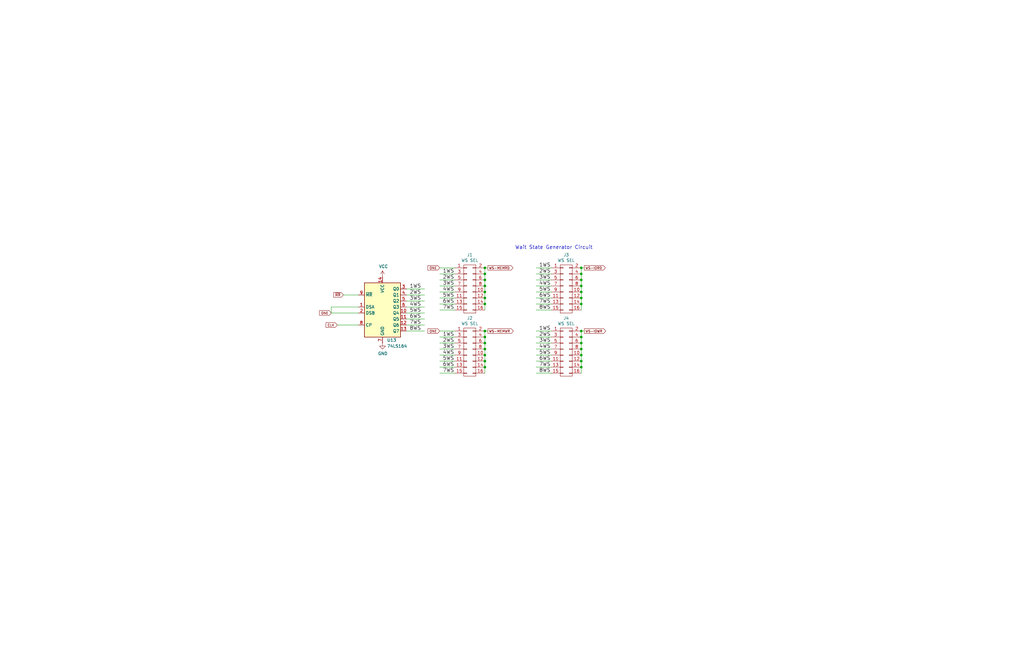
<source format=kicad_sch>
(kicad_sch (version 20211123) (generator eeschema)
  (paper "B")
  (lib_symbols
    (symbol "74xx:74HCT164"
      (property "Reference" "U" (at 1.905 -13.97 0))
      (property "Value" "74HCT164" (at 1.905 -16.51 0))
      (symbol "74HCT164_0_1"
        (rectangle (start 7.62 10.16) (end -7.62 -12.7) (stroke (width 0.254)) (fill (type background)))
      )
      (symbol "74HCT164_1_1"
        (pin input line (at -10.16 0 0) (length 2.54) (name "DSA") (number "1"))
        (pin output line (at 10.16 -2.54 180) (length 2.54) (name "Q4") (number "10"))
        (pin output line (at 10.16 -5.08 180) (length 2.54) (name "Q5") (number "11"))
        (pin output line (at 10.16 -7.62 180) (length 2.54) (name "Q6") (number "12"))
        (pin output line (at 10.16 -10.16 180) (length 2.54) (name "Q7") (number "13"))
        (pin power_in line (at 0 12.7 270) (length 2.54) (name "VCC") (number "14"))
        (pin input line (at -10.16 -2.54 0) (length 2.54) (name "DSB") (number "2"))
        (pin output line (at 10.16 7.62 180) (length 2.54) (name "Q0") (number "3"))
        (pin output line (at 10.16 5.08 180) (length 2.54) (name "Q1") (number "4"))
        (pin output line (at 10.16 2.54 180) (length 2.54) (name "Q2") (number "5"))
        (pin output line (at 10.16 0 180) (length 2.54) (name "Q3") (number "6"))
        (pin power_in line (at 0 -15.24 90) (length 2.54) (name "GND") (number "7"))
        (pin input line (at -10.16 -7.62 0) (length 2.54) (name "CP") (number "8"))
        (pin input line (at -10.16 5.08 0) (length 2.54) (name "~{MR}") (number "9"))
      )
    )
    (symbol "power:GND" (power) (pin_names (offset 0))
      (property "Value" "GND" (at 0 -3.81 0))
      (symbol "GND_0_1"
        (polyline (pts (xy 0 0) (xy 0 -1.27) (xy 1.27 -1.27) (xy 0 -2.54) (xy -1.27 -1.27) (xy 0 -1.27)))
      )
      (symbol "GND_1_1"
        (pin power_in line (at 0 0 270) (length 0) hide (name "GND") (number "1"))
      )
    )
    (symbol "power:VCC" (power) (pin_names (offset 0))
      (property "Value" "VCC" (at 0 3.81 0))
      (symbol "VCC_0_1"
        (polyline (pts (xy -0.762 1.27) (xy 0 2.54)))
        (polyline (pts (xy 0 0) (xy 0 2.54)))
        (polyline (pts (xy 0 2.54) (xy 0.762 1.27)))
      )
      (symbol "VCC_1_1"
        (pin power_in line (at 0 0 90) (length 0) hide (name "VCC") (number "1"))
      )
    )
    (symbol "processor.Z80-rescue:CONN_02X08-conn" (pin_names (offset 0.0254) hide)
      (property "Reference" "J" (at 0 11.43 0))
      (property "Value" "CONN_02X08-conn" (at 0 0 90))
      (symbol "CONN_02X08-conn_0_1"
        (rectangle (start -2.54 -8.763) (end -1.27 -9.017))
        (rectangle (start -2.54 -6.223) (end -1.27 -6.477))
        (rectangle (start -2.54 -3.683) (end -1.27 -3.937))
        (rectangle (start -2.54 -1.143) (end -1.27 -1.397))
        (rectangle (start -2.54 1.397) (end -1.27 1.143))
        (rectangle (start -2.54 3.937) (end -1.27 3.683))
        (rectangle (start -2.54 6.477) (end -1.27 6.223))
        (rectangle (start -2.54 9.017) (end -1.27 8.763))
        (rectangle (start -2.54 10.16) (end 2.54 -10.16))
        (rectangle (start 1.27 -8.763) (end 2.54 -9.017))
        (rectangle (start 1.27 -6.223) (end 2.54 -6.477))
        (rectangle (start 1.27 -3.683) (end 2.54 -3.937))
        (rectangle (start 1.27 -1.143) (end 2.54 -1.397))
        (rectangle (start 1.27 1.397) (end 2.54 1.143))
        (rectangle (start 1.27 3.937) (end 2.54 3.683))
        (rectangle (start 1.27 6.477) (end 2.54 6.223))
        (rectangle (start 1.27 9.017) (end 2.54 8.763))
      )
      (symbol "CONN_02X08-conn_1_1"
        (pin passive line (at -6.35 8.89 0) (length 3.81) (name "P1") (number "1"))
        (pin passive line (at 6.35 -1.27 180) (length 3.81) (name "P10") (number "10"))
        (pin passive line (at -6.35 -3.81 0) (length 3.81) (name "P11") (number "11"))
        (pin passive line (at 6.35 -3.81 180) (length 3.81) (name "P12") (number "12"))
        (pin passive line (at -6.35 -6.35 0) (length 3.81) (name "P13") (number "13"))
        (pin passive line (at 6.35 -6.35 180) (length 3.81) (name "P14") (number "14"))
        (pin passive line (at -6.35 -8.89 0) (length 3.81) (name "P15") (number "15"))
        (pin passive line (at 6.35 -8.89 180) (length 3.81) (name "P16") (number "16"))
        (pin passive line (at 6.35 8.89 180) (length 3.81) (name "P2") (number "2"))
        (pin passive line (at -6.35 6.35 0) (length 3.81) (name "P3") (number "3"))
        (pin passive line (at 6.35 6.35 180) (length 3.81) (name "P4") (number "4"))
        (pin passive line (at -6.35 3.81 0) (length 3.81) (name "P5") (number "5"))
        (pin passive line (at 6.35 3.81 180) (length 3.81) (name "P6") (number "6"))
        (pin passive line (at -6.35 1.27 0) (length 3.81) (name "P7") (number "7"))
        (pin passive line (at 6.35 1.27 180) (length 3.81) (name "P8") (number "8"))
        (pin passive line (at -6.35 -1.27 0) (length 3.81) (name "P9") (number "9"))
      )
    )
  )
  (junction (at 245.11 128.27))
  (junction (at 245.11 125.73))
  (junction (at 245.11 113.03))
  (junction (at 245.11 149.86))
  (junction (at 204.47 123.19))
  (junction (at 245.11 123.19))
  (junction (at 245.11 120.65))
  (junction (at 204.47 113.03))
  (junction (at 204.47 142.24))
  (junction (at 245.11 118.11))
  (junction (at 204.47 144.78))
  (junction (at 245.11 147.32))
  (junction (at 204.47 154.94))
  (junction (at 245.11 154.94))
  (junction (at 204.47 125.73))
  (junction (at 204.47 118.11))
  (junction (at 204.47 128.27))
  (junction (at 204.47 149.86))
  (junction (at 204.47 139.7))
  (junction (at 204.47 120.65))
  (junction (at 204.47 115.57))
  (junction (at 245.11 115.57))
  (junction (at 245.11 152.4))
  (junction (at 204.47 147.32))
  (junction (at 245.11 142.24))
  (junction (at 204.47 152.4))
  (junction (at 245.11 139.7))
  (junction (at 245.11 144.78))
  (wire (pts (xy 204.47 120.65) (xy 204.47 123.19)))
  (wire (pts (xy 245.11 149.86) (xy 245.11 152.4)))
  (wire (pts (xy 245.11 113.03) (xy 245.11 115.57)))
  (wire (pts (xy 245.11 144.78) (xy 245.11 147.32)))
  (wire (pts (xy 171.45 134.62) (xy 179.07 134.62)))
  (wire (pts (xy 226.06 152.4) (xy 232.41 152.4)))
  (wire (pts (xy 185.42 115.57) (xy 191.77 115.57)))
  (wire (pts (xy 139.7 129.54) (xy 151.13 129.54)))
  (wire (pts (xy 245.11 125.73) (xy 245.11 128.27)))
  (wire (pts (xy 226.06 125.73) (xy 232.41 125.73)))
  (wire (pts (xy 171.45 132.08) (xy 179.07 132.08)))
  (wire (pts (xy 185.42 149.86) (xy 191.77 149.86)))
  (wire (pts (xy 245.11 154.94) (xy 245.11 157.48)))
  (wire (pts (xy 171.45 124.46) (xy 179.07 124.46)))
  (wire (pts (xy 171.45 129.54) (xy 179.07 129.54)))
  (wire (pts (xy 185.42 120.65) (xy 191.77 120.65)))
  (wire (pts (xy 226.06 115.57) (xy 232.41 115.57)))
  (wire (pts (xy 226.06 147.32) (xy 232.41 147.32)))
  (wire (pts (xy 139.7 129.54) (xy 139.7 132.08)))
  (wire (pts (xy 171.45 127) (xy 179.07 127)))
  (wire (pts (xy 226.06 123.19) (xy 232.41 123.19)))
  (wire (pts (xy 245.11 128.27) (xy 245.11 130.81)))
  (wire (pts (xy 245.11 118.11) (xy 245.11 120.65)))
  (wire (pts (xy 204.47 118.11) (xy 204.47 120.65)))
  (wire (pts (xy 185.42 130.81) (xy 191.77 130.81)))
  (wire (pts (xy 185.42 157.48) (xy 191.77 157.48)))
  (wire (pts (xy 204.47 123.19) (xy 204.47 125.73)))
  (wire (pts (xy 185.42 152.4) (xy 191.77 152.4)))
  (wire (pts (xy 204.47 149.86) (xy 204.47 152.4)))
  (wire (pts (xy 245.11 113.03) (xy 246.38 113.03)))
  (wire (pts (xy 204.47 147.32) (xy 204.47 149.86)))
  (wire (pts (xy 185.42 113.03) (xy 191.77 113.03)))
  (wire (pts (xy 204.47 128.27) (xy 204.47 130.81)))
  (wire (pts (xy 142.24 137.16) (xy 151.13 137.16)))
  (wire (pts (xy 185.42 154.94) (xy 191.77 154.94)))
  (wire (pts (xy 226.06 149.86) (xy 232.41 149.86)))
  (wire (pts (xy 204.47 152.4) (xy 204.47 154.94)))
  (wire (pts (xy 245.11 139.7) (xy 245.11 142.24)))
  (wire (pts (xy 204.47 154.94) (xy 204.47 157.48)))
  (wire (pts (xy 245.11 152.4) (xy 245.11 154.94)))
  (wire (pts (xy 245.11 139.7) (xy 246.38 139.7)))
  (wire (pts (xy 245.11 120.65) (xy 245.11 123.19)))
  (wire (pts (xy 185.42 144.78) (xy 191.77 144.78)))
  (wire (pts (xy 245.11 147.32) (xy 245.11 149.86)))
  (wire (pts (xy 204.47 142.24) (xy 204.47 144.78)))
  (wire (pts (xy 185.42 128.27) (xy 191.77 128.27)))
  (wire (pts (xy 185.42 125.73) (xy 191.77 125.73)))
  (wire (pts (xy 204.47 144.78) (xy 204.47 147.32)))
  (wire (pts (xy 226.06 144.78) (xy 232.41 144.78)))
  (wire (pts (xy 204.47 115.57) (xy 204.47 118.11)))
  (wire (pts (xy 204.47 139.7) (xy 205.74 139.7)))
  (wire (pts (xy 185.42 147.32) (xy 191.77 147.32)))
  (wire (pts (xy 185.42 139.7) (xy 191.77 139.7)))
  (wire (pts (xy 245.11 123.19) (xy 245.11 125.73)))
  (wire (pts (xy 226.06 130.81) (xy 232.41 130.81)))
  (wire (pts (xy 245.11 115.57) (xy 245.11 118.11)))
  (wire (pts (xy 204.47 125.73) (xy 204.47 128.27)))
  (wire (pts (xy 171.45 137.16) (xy 179.07 137.16)))
  (wire (pts (xy 226.06 139.7) (xy 232.41 139.7)))
  (wire (pts (xy 204.47 113.03) (xy 205.74 113.03)))
  (wire (pts (xy 144.78 124.46) (xy 151.13 124.46)))
  (wire (pts (xy 245.11 142.24) (xy 245.11 144.78)))
  (wire (pts (xy 171.45 139.7) (xy 179.07 139.7)))
  (wire (pts (xy 185.42 123.19) (xy 191.77 123.19)))
  (wire (pts (xy 204.47 139.7) (xy 204.47 142.24)))
  (wire (pts (xy 226.06 120.65) (xy 232.41 120.65)))
  (wire (pts (xy 226.06 157.48) (xy 232.41 157.48)))
  (wire (pts (xy 204.47 113.03) (xy 204.47 115.57)))
  (wire (pts (xy 171.45 121.92) (xy 179.07 121.92)))
  (wire (pts (xy 226.06 113.03) (xy 232.41 113.03)))
  (wire (pts (xy 226.06 128.27) (xy 232.41 128.27)))
  (wire (pts (xy 226.06 154.94) (xy 232.41 154.94)))
  (wire (pts (xy 185.42 118.11) (xy 191.77 118.11)))
  (wire (pts (xy 226.06 142.24) (xy 232.41 142.24)))
  (wire (pts (xy 226.06 118.11) (xy 232.41 118.11)))
  (wire (pts (xy 139.7 132.08) (xy 151.13 132.08)))
  (wire (pts (xy 185.42 142.24) (xy 191.77 142.24)))
  (text "Wait State Generator Circuit" (at 217.17 105.41 0) (effects (font (size 1.524 1.524)) (justify left bottom)))
  (label "5WS" (at 227.33 123.19 0) (effects (font (size 1.524 1.524))))
  (label "8WS" (at 227.33 130.81 0) (effects (font (size 1.524 1.524))))
  (label "1WS" (at 227.33 139.7 0) (effects (font (size 1.524 1.524))))
  (label "6WS" (at 186.69 128.27 0) (effects (font (size 1.524 1.524))))
  (label "7WS" (at 227.33 154.94 0) (effects (font (size 1.524 1.524))))
  (label "1WS" (at 186.69 142.24 0) (effects (font (size 1.524 1.524))))
  (label "2WS" (at 227.33 115.57 0) (effects (font (size 1.524 1.524))))
  (label "1WS" (at 186.69 115.57 0) (effects (font (size 1.524 1.524))))
  (label "7WS" (at 172.72 137.16 0) (effects (font (size 1.524 1.524))))
  (label "7WS" (at 227.33 128.27 0) (effects (font (size 1.524 1.524))))
  (label "5WS" (at 172.72 132.08 0) (effects (font (size 1.524 1.524))))
  (label "1WS" (at 172.72 121.92 0) (effects (font (size 1.524 1.524))))
  (label "5WS" (at 186.69 125.73 0) (effects (font (size 1.524 1.524))))
  (label "4WS" (at 227.33 120.65 0) (effects (font (size 1.524 1.524))))
  (label "5WS" (at 186.69 152.4 0) (effects (font (size 1.524 1.524))))
  (label "5WS" (at 227.33 149.86 0) (effects (font (size 1.524 1.524))))
  (label "6WS" (at 172.72 134.62 0) (effects (font (size 1.524 1.524))))
  (label "6WS" (at 186.69 154.94 0) (effects (font (size 1.524 1.524))))
  (label "4WS" (at 172.72 129.54 0) (effects (font (size 1.524 1.524))))
  (label "3WS" (at 186.69 120.65 0) (effects (font (size 1.524 1.524))))
  (label "4WS" (at 227.33 147.32 0) (effects (font (size 1.524 1.524))))
  (label "2WS" (at 186.69 144.78 0) (effects (font (size 1.524 1.524))))
  (label "7WS" (at 186.69 157.48 0) (effects (font (size 1.524 1.524))))
  (label "6WS" (at 227.33 152.4 0) (effects (font (size 1.524 1.524))))
  (label "4WS" (at 186.69 149.86 0) (effects (font (size 1.524 1.524))))
  (label "3WS" (at 227.33 144.78 0) (effects (font (size 1.524 1.524))))
  (label "3WS" (at 227.33 118.11 0) (effects (font (size 1.524 1.524))))
  (label "2WS" (at 227.33 142.24 0) (effects (font (size 1.524 1.524))))
  (label "2WS" (at 186.69 118.11 0) (effects (font (size 1.524 1.524))))
  (label "2WS" (at 172.72 124.46 0) (effects (font (size 1.524 1.524))))
  (label "8WS" (at 172.72 139.7 0) (effects (font (size 1.524 1.524))))
  (label "3WS" (at 186.69 147.32 0) (effects (font (size 1.524 1.524))))
  (label "8WS" (at 227.33 157.48 0) (effects (font (size 1.524 1.524))))
  (label "4WS" (at 186.69 123.19 0) (effects (font (size 1.524 1.524))))
  (label "3WS" (at 172.72 127 0) (effects (font (size 1.524 1.524))))
  (label "7WS" (at 186.69 130.81 0) (effects (font (size 1.524 1.524))))
  (label "1WS" (at 227.33 113.03 0) (effects (font (size 1.524 1.524))))
  (label "6WS" (at 227.33 125.73 0) (effects (font (size 1.524 1.524))))
  (global_label "WS-IORD" (shape output) (at 246.38 113.03 0) (effects (font (size 1.016 1.016))) (property "Intersheet References" "${INTERSHEET_REFS}" (effects hide)))
  (global_label "ONE" (shape input) (at 185.42 113.03 180) (effects (font (size 1.016 1.016))) (property "Intersheet References" "${INTERSHEET_REFS}" (effects hide)))
  (global_label "~{MR}" (shape input) (at 144.78 124.46 180) (effects (font (size 1.016 1.016))) (property "Intersheet References" "${INTERSHEET_REFS}" (effects hide)))
  (global_label "WS-MEMRD" (shape output) (at 205.74 113.03 0) (effects (font (size 1.016 1.016))) (property "Intersheet References" "${INTERSHEET_REFS}" (effects hide)))
  (global_label "CLK" (shape input) (at 142.24 137.16 180) (effects (font (size 1.016 1.016))) (property "Intersheet References" "${INTERSHEET_REFS}" (effects hide)))
  (global_label "WS-IOWR" (shape output) (at 246.38 139.7 0) (effects (font (size 1.016 1.016))) (property "Intersheet References" "${INTERSHEET_REFS}" (effects hide)))
  (global_label "ONE" (shape input) (at 185.42 139.7 180) (effects (font (size 1.016 1.016))) (property "Intersheet References" "${INTERSHEET_REFS}" (effects hide)))
  (global_label "WS-MEMWR" (shape output) (at 205.74 139.7 0) (effects (font (size 1.016 1.016))) (property "Intersheet References" "${INTERSHEET_REFS}" (effects hide)))
  (global_label "ONE" (shape input) (at 139.7 132.08 180) (effects (font (size 1.016 1.016))) (property "Intersheet References" "${INTERSHEET_REFS}" (effects hide)))
  (symbol (lib_id "74xx:74HCT164") (at 161.29 129.54 0) (unit 1)
    (property "Reference" "U13" (at 163.195 143.51 0) (effects (justify left)))
    (property "Value" "74LS164" (at 163.195 146.05 0) (effects (justify left)))
    (property "Footprint" "Package_DIP:DIP-14_W7.62mm" (effects hide))
    (property "Datasheet" "https://assets.nexperia.com/documents/data-sheet/74HC_HCT164.pdf" (effects hide))
  )
  (symbol (lib_id "power:GND") (at 161.29 144.78 0) (unit 1)
    (property "Reference" "#PWR0146" (effects hide))
    (property "Value" "GND" (at 161.417 149.1742 0))
  )
  (symbol (lib_id "power:VCC") (at 161.29 116.84 0) (unit 1)
    (property "Reference" "#PWR0147" (effects hide))
    (property "Value" "VCC" (at 161.671 112.4458 0))
  )
  (symbol (lib_id "processor.Z80-rescue:CONN_02X08-conn") (at 198.12 121.92 0) (unit 1)
    (property "Reference" "J1" (at 198.12 107.569 0))
    (property "Value" "WS SEL" (at 198.12 109.8804 0))
    (property "Footprint" "Connector_PinHeader_2.54mm:PinHeader_2x08_P2.54mm_Vertical" (effects hide))
  )
  (symbol (lib_id "processor.Z80-rescue:CONN_02X08-conn") (at 198.12 148.59 0) (unit 1)
    (property "Reference" "J2" (at 198.12 134.239 0))
    (property "Value" "WS SEL" (at 198.12 136.5504 0))
    (property "Footprint" "Connector_PinHeader_2.54mm:PinHeader_2x08_P2.54mm_Vertical" (effects hide))
  )
  (symbol (lib_id "processor.Z80-rescue:CONN_02X08-conn") (at 238.76 121.92 0) (unit 1)
    (property "Reference" "J3" (at 238.76 107.569 0))
    (property "Value" "WS SEL" (at 238.76 109.8804 0))
    (property "Footprint" "Connector_PinHeader_2.54mm:PinHeader_2x08_P2.54mm_Vertical" (effects hide))
  )
  (symbol (lib_id "processor.Z80-rescue:CONN_02X08-conn") (at 238.76 148.59 0) (unit 1)
    (property "Reference" "J4" (at 238.76 134.239 0))
    (property "Value" "WS SEL" (at 238.76 136.5504 0))
    (property "Footprint" "Connector_PinHeader_2.54mm:PinHeader_2x08_P2.54mm_Vertical" (effects hide))
  )
)
</source>
